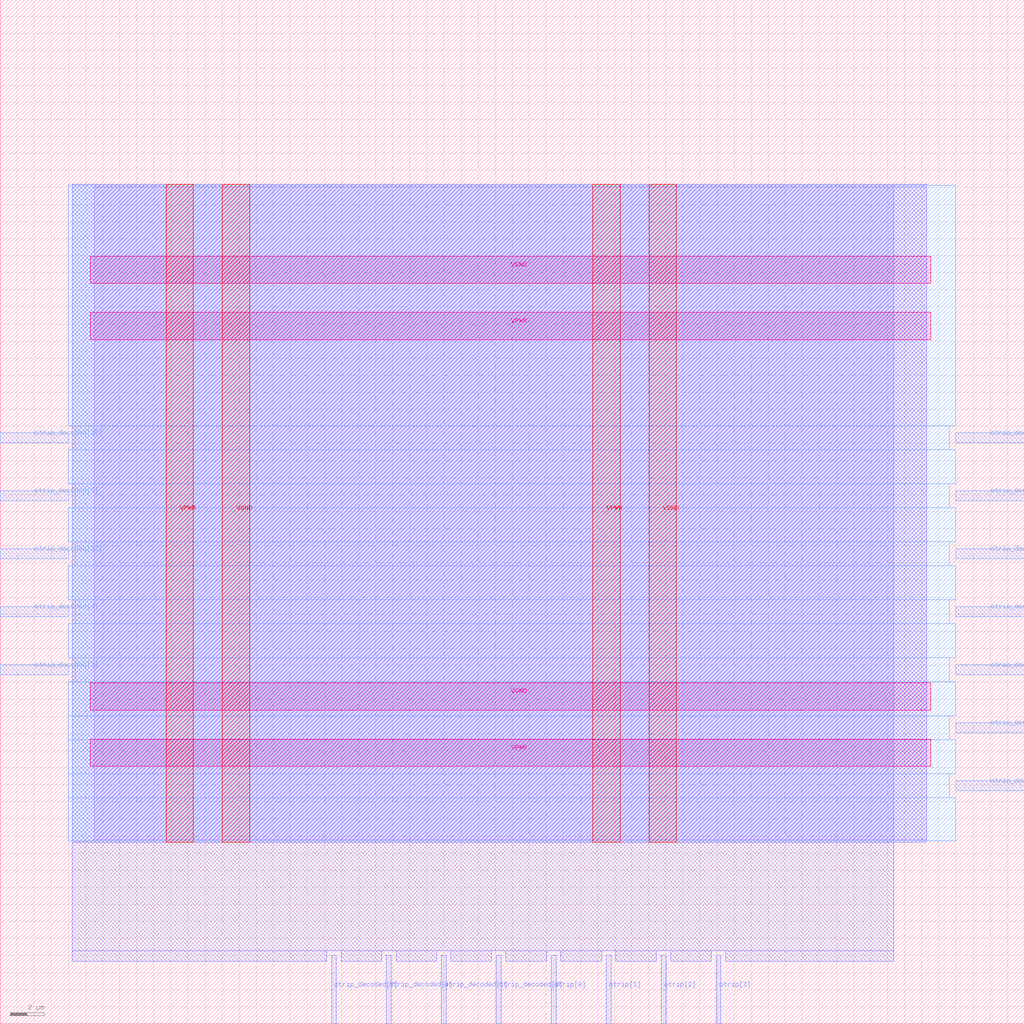
<source format=lef>
VERSION 5.7 ;
  NOWIREEXTENSIONATPIN ON ;
  DIVIDERCHAR "/" ;
  BUSBITCHARS "[]" ;
MACRO overvoltage_dig
  CLASS BLOCK ;
  FOREIGN overvoltage_dig ;
  ORIGIN 0.000 0.000 ;
  SIZE 60.000 BY 60.000 ;
  PIN VGND
    DIRECTION INOUT ;
    USE GROUND ;
    PORT
      LAYER met4 ;
        RECT 13.020 10.640 14.620 49.200 ;
    END
    PORT
      LAYER met4 ;
        RECT 38.020 10.640 39.620 49.200 ;
    END
    PORT
      LAYER met5 ;
        RECT 5.280 18.380 54.520 19.980 ;
    END
    PORT
      LAYER met5 ;
        RECT 5.280 43.380 54.520 44.980 ;
    END
  END VGND
  PIN VPWR
    DIRECTION INOUT ;
    USE POWER ;
    PORT
      LAYER met4 ;
        RECT 9.720 10.640 11.320 49.200 ;
    END
    PORT
      LAYER met4 ;
        RECT 34.720 10.640 36.320 49.200 ;
    END
    PORT
      LAYER met5 ;
        RECT 5.280 15.080 54.520 16.680 ;
    END
    PORT
      LAYER met5 ;
        RECT 5.280 40.080 54.520 41.680 ;
    END
  END VPWR
  PIN otrip[0]
    DIRECTION INPUT ;
    USE SIGNAL ;
    ANTENNAGATEAREA 0.196500 ;
    PORT
      LAYER met2 ;
        RECT 32.290 0.000 32.570 4.000 ;
    END
  END otrip[0]
  PIN otrip[1]
    DIRECTION INPUT ;
    USE SIGNAL ;
    ANTENNAGATEAREA 0.196500 ;
    PORT
      LAYER met2 ;
        RECT 35.510 0.000 35.790 4.000 ;
    END
  END otrip[1]
  PIN otrip[2]
    DIRECTION INPUT ;
    USE SIGNAL ;
    ANTENNAGATEAREA 0.196500 ;
    PORT
      LAYER met2 ;
        RECT 38.730 0.000 39.010 4.000 ;
    END
  END otrip[2]
  PIN otrip[3]
    DIRECTION INPUT ;
    USE SIGNAL ;
    ANTENNAGATEAREA 0.196500 ;
    PORT
      LAYER met2 ;
        RECT 41.950 0.000 42.230 4.000 ;
    END
  END otrip[3]
  PIN otrip_decoded[0]
    DIRECTION OUTPUT ;
    USE SIGNAL ;
    ANTENNADIFFAREA 0.445500 ;
    PORT
      LAYER met3 ;
        RECT 56.000 13.640 60.000 14.240 ;
    END
  END otrip_decoded[0]
  PIN otrip_decoded[10]
    DIRECTION OUTPUT ;
    USE SIGNAL ;
    ANTENNADIFFAREA 0.445500 ;
    PORT
      LAYER met3 ;
        RECT 0.000 34.040 4.000 34.640 ;
    END
  END otrip_decoded[10]
  PIN otrip_decoded[11]
    DIRECTION OUTPUT ;
    USE SIGNAL ;
    ANTENNADIFFAREA 0.445500 ;
    PORT
      LAYER met3 ;
        RECT 56.000 17.040 60.000 17.640 ;
    END
  END otrip_decoded[11]
  PIN otrip_decoded[12]
    DIRECTION OUTPUT ;
    USE SIGNAL ;
    ANTENNADIFFAREA 0.445500 ;
    PORT
      LAYER met3 ;
        RECT 0.000 27.240 4.000 27.840 ;
    END
  END otrip_decoded[12]
  PIN otrip_decoded[13]
    DIRECTION OUTPUT ;
    USE SIGNAL ;
    ANTENNADIFFAREA 0.445500 ;
    PORT
      LAYER met3 ;
        RECT 56.000 23.840 60.000 24.440 ;
    END
  END otrip_decoded[13]
  PIN otrip_decoded[14]
    DIRECTION OUTPUT ;
    USE SIGNAL ;
    ANTENNADIFFAREA 0.445500 ;
    PORT
      LAYER met3 ;
        RECT 56.000 34.040 60.000 34.640 ;
    END
  END otrip_decoded[14]
  PIN otrip_decoded[15]
    DIRECTION OUTPUT ;
    USE SIGNAL ;
    ANTENNADIFFAREA 0.445500 ;
    PORT
      LAYER met3 ;
        RECT 56.000 20.440 60.000 21.040 ;
    END
  END otrip_decoded[15]
  PIN otrip_decoded[1]
    DIRECTION OUTPUT ;
    USE SIGNAL ;
    ANTENNADIFFAREA 0.445500 ;
    PORT
      LAYER met2 ;
        RECT 25.850 0.000 26.130 4.000 ;
    END
  END otrip_decoded[1]
  PIN otrip_decoded[2]
    DIRECTION OUTPUT ;
    USE SIGNAL ;
    ANTENNADIFFAREA 0.445500 ;
    PORT
      LAYER met2 ;
        RECT 19.410 0.000 19.690 4.000 ;
    END
  END otrip_decoded[2]
  PIN otrip_decoded[3]
    DIRECTION OUTPUT ;
    USE SIGNAL ;
    ANTENNADIFFAREA 0.445500 ;
    PORT
      LAYER met3 ;
        RECT 0.000 20.440 4.000 21.040 ;
    END
  END otrip_decoded[3]
  PIN otrip_decoded[4]
    DIRECTION OUTPUT ;
    USE SIGNAL ;
    ANTENNADIFFAREA 0.445500 ;
    PORT
      LAYER met2 ;
        RECT 22.630 0.000 22.910 4.000 ;
    END
  END otrip_decoded[4]
  PIN otrip_decoded[5]
    DIRECTION OUTPUT ;
    USE SIGNAL ;
    ANTENNADIFFAREA 0.445500 ;
    PORT
      LAYER met3 ;
        RECT 0.000 30.640 4.000 31.240 ;
    END
  END otrip_decoded[5]
  PIN otrip_decoded[6]
    DIRECTION OUTPUT ;
    USE SIGNAL ;
    ANTENNADIFFAREA 0.445500 ;
    PORT
      LAYER met3 ;
        RECT 0.000 23.840 4.000 24.440 ;
    END
  END otrip_decoded[6]
  PIN otrip_decoded[7]
    DIRECTION OUTPUT ;
    USE SIGNAL ;
    ANTENNADIFFAREA 0.445500 ;
    PORT
      LAYER met3 ;
        RECT 56.000 30.640 60.000 31.240 ;
    END
  END otrip_decoded[7]
  PIN otrip_decoded[8]
    DIRECTION OUTPUT ;
    USE SIGNAL ;
    ANTENNADIFFAREA 0.445500 ;
    PORT
      LAYER met3 ;
        RECT 56.000 27.240 60.000 27.840 ;
    END
  END otrip_decoded[8]
  PIN otrip_decoded[9]
    DIRECTION OUTPUT ;
    USE SIGNAL ;
    ANTENNADIFFAREA 0.445500 ;
    PORT
      LAYER met2 ;
        RECT 29.070 0.000 29.350 4.000 ;
    END
  END otrip_decoded[9]
  OBS
      LAYER li1 ;
        RECT 5.520 10.795 54.280 49.045 ;
      LAYER met1 ;
        RECT 4.210 10.640 54.280 49.200 ;
      LAYER met2 ;
        RECT 4.230 4.280 52.350 49.145 ;
        RECT 4.230 3.670 19.130 4.280 ;
        RECT 19.970 3.670 22.350 4.280 ;
        RECT 23.190 3.670 25.570 4.280 ;
        RECT 26.410 3.670 28.790 4.280 ;
        RECT 29.630 3.670 32.010 4.280 ;
        RECT 32.850 3.670 35.230 4.280 ;
        RECT 36.070 3.670 38.450 4.280 ;
        RECT 39.290 3.670 41.670 4.280 ;
        RECT 42.510 3.670 52.350 4.280 ;
      LAYER met3 ;
        RECT 3.990 35.040 56.000 49.125 ;
        RECT 4.400 33.640 55.600 35.040 ;
        RECT 3.990 31.640 56.000 33.640 ;
        RECT 4.400 30.240 55.600 31.640 ;
        RECT 3.990 28.240 56.000 30.240 ;
        RECT 4.400 26.840 55.600 28.240 ;
        RECT 3.990 24.840 56.000 26.840 ;
        RECT 4.400 23.440 55.600 24.840 ;
        RECT 3.990 21.440 56.000 23.440 ;
        RECT 4.400 20.040 55.600 21.440 ;
        RECT 3.990 18.040 56.000 20.040 ;
        RECT 3.990 16.640 55.600 18.040 ;
        RECT 3.990 14.640 56.000 16.640 ;
        RECT 3.990 13.240 55.600 14.640 ;
        RECT 3.990 10.715 56.000 13.240 ;
  END
END overvoltage_dig
END LIBRARY


</source>
